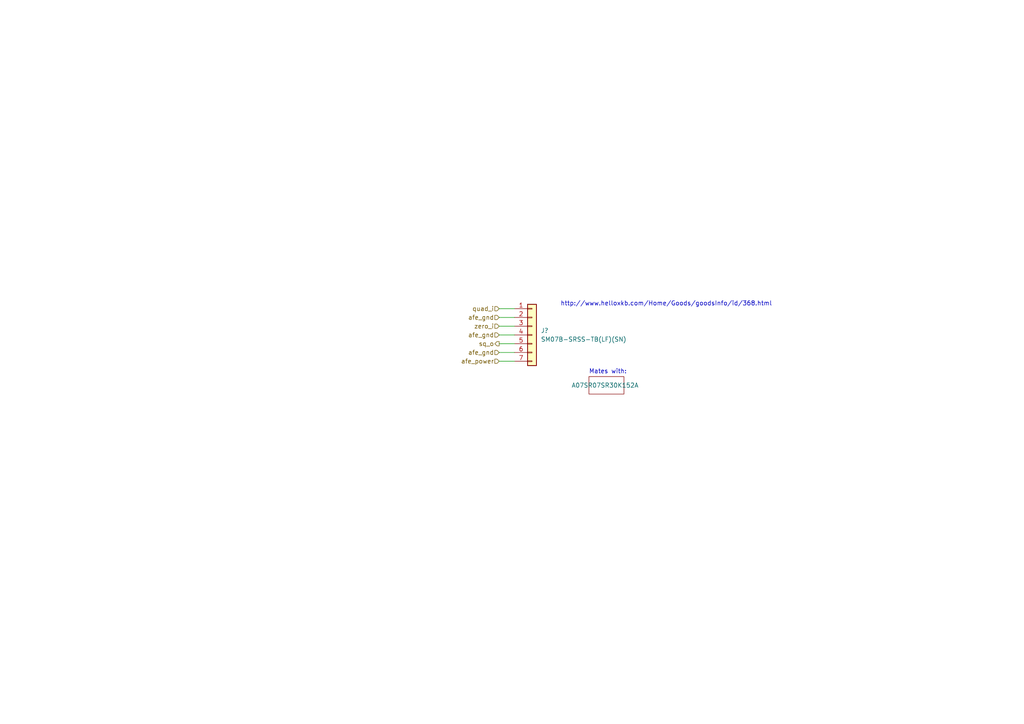
<source format=kicad_sch>
(kicad_sch (version 20211123) (generator eeschema)
  (paper "A4")
  (lib_symbols
    (symbol "Connector_Generic:Conn_01x07" (pin_names (offset 1.016) hide)
      (property "Reference" "J" (at 0 10.16 0))
      (property "Value" "Conn_01x07" (at 0 -10.16 0))
      (symbol "Conn_01x07_1_1"
        (rectangle (start -1.27 -7.493) (end 0 -7.747) (stroke (width 0.1524)))
        (rectangle (start -1.27 -4.953) (end 0 -5.207) (stroke (width 0.1524)))
        (rectangle (start -1.27 -2.413) (end 0 -2.667) (stroke (width 0.1524)))
        (rectangle (start -1.27 0.127) (end 0 -0.127) (stroke (width 0.1524)))
        (rectangle (start -1.27 2.667) (end 0 2.413) (stroke (width 0.1524)))
        (rectangle (start -1.27 5.207) (end 0 4.953) (stroke (width 0.1524)))
        (rectangle (start -1.27 7.747) (end 0 7.493) (stroke (width 0.1524)))
        (rectangle (start -1.27 8.89) (end 1.27 -8.89) (stroke (width 0.254)) (fill (type background)))
        (pin passive line (at -5.08 7.62 0) (length 3.81) (name "Pin_1") (number "1"))
        (pin passive line (at -5.08 5.08 0) (length 3.81) (name "Pin_2") (number "2"))
        (pin passive line (at -5.08 2.54 0) (length 3.81) (name "Pin_3") (number "3"))
        (pin passive line (at -5.08 0 0) (length 3.81) (name "Pin_4") (number "4"))
        (pin passive line (at -5.08 -2.54 0) (length 3.81) (name "Pin_5") (number "5"))
        (pin passive line (at -5.08 -5.08 0) (length 3.81) (name "Pin_6") (number "6"))
        (pin passive line (at -5.08 -7.62 0) (length 3.81) (name "Pin_7") (number "7"))
      )
    )
    (symbol "assorted:BOM ITEM" (pin_numbers hide) (pin_names (offset 0) hide) (on_board no)
      (property "Value" "BOM ITEM" (at 0 0 0))
      (symbol "BOM ITEM_0_1"
        (rectangle (start -5.08 2.54) (end 5.08 -2.54))
      )
    )
  )
  (wire (pts (xy 144.78 92.075) (xy 149.225 92.075)))
  (wire (pts (xy 149.225 99.695) (xy 144.78 99.695)))
  (wire (pts (xy 144.78 97.155) (xy 149.225 97.155)))
  (wire (pts (xy 149.225 104.775) (xy 144.78 104.775)))
  (wire (pts (xy 144.78 89.535) (xy 149.225 89.535)))
  (wire (pts (xy 144.78 102.235) (xy 149.225 102.235)))
  (wire (pts (xy 149.225 94.615) (xy 144.78 94.615)))
  (text "Mates with:" (at 170.815 108.585 0) (effects (font (size 1.27 1.27)) (justify left bottom)))
  (text "http://www.helloxkb.com/Home/Goods/goodsInfo/id/368.html" (at 162.56 88.9 0) (effects (font (size 1.27 1.27)) (justify left bottom)))
  (hierarchical_label "zero_i" (shape input) (at 144.78 94.615 180))
  (hierarchical_label "sq_o" (shape output) (at 144.78 99.695 180))
  (hierarchical_label "quad_i" (shape input) (at 144.78 89.535 180))
  (hierarchical_label "afe_gnd" (shape input) (at 144.78 92.075 180))
  (hierarchical_label "afe_gnd" (shape input) (at 144.78 97.155 180))
  (hierarchical_label "afe_power" (shape input) (at 144.78 104.775 180))
  (hierarchical_label "afe_gnd" (shape input) (at 144.78 102.235 180))
  (symbol (lib_id "assorted:BOM ITEM") (at 175.895 111.76 0) (unit 1) (on_board no)
    (property "Reference" "X?" (effects hide))
    (property "Value" "A07SR07SR30K152A" (at 165.735 111.76 0) (effects (justify left)))
    (property "Datasheet" "https://gam-gec.com/wp-content/uploads/2018/10/GAM-011.pdf" (effects hide))
  )
  (symbol (lib_id "Connector_Generic:Conn_01x07") (at 154.305 97.155 0) (unit 1)
    (property "Reference" "J?" (at 156.845 95.8849 0) (effects (justify left)))
    (property "Value" "SM07B-SRSS-TB(LF)(SN)" (at 156.845 98.4249 0) (effects (justify left)))
    (property "Datasheet" "https://www.jst-mfg.com/product/pdf/eng/eSH.pdf" (effects hide))
  )
)
</source>
